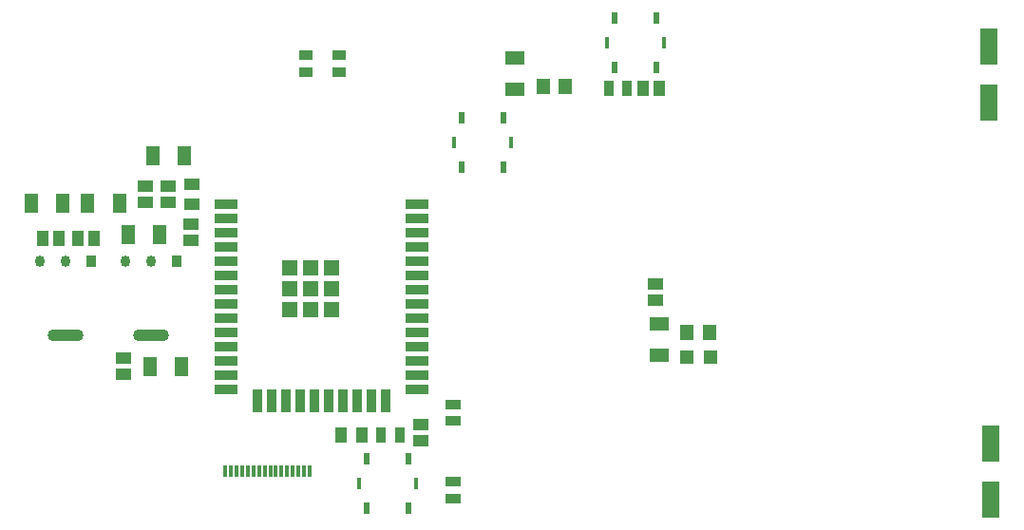
<source format=gtp>
G04*
G04 #@! TF.GenerationSoftware,Altium Limited,Altium Designer,24.2.2 (26)*
G04*
G04 Layer_Color=8421504*
%FSLAX44Y44*%
%MOMM*%
G71*
G04*
G04 #@! TF.SameCoordinates,697C3EBA-3636-4A45-A11A-30362066544D*
G04*
G04*
G04 #@! TF.FilePolarity,Positive*
G04*
G01*
G75*
%ADD21R,1.2621X0.8581*%
%ADD22R,1.3300X1.3300*%
%ADD23R,0.9000X2.0000*%
%ADD24R,2.0000X0.9000*%
G04:AMPARAMS|DCode=25|XSize=1.0043mm|YSize=3.1821mm|CornerRadius=0.4369mm|HoleSize=0mm|Usage=FLASHONLY|Rotation=270.000|XOffset=0mm|YOffset=0mm|HoleType=Round|Shape=RoundedRectangle|*
%AMROUNDEDRECTD25*
21,1,1.0043,2.3084,0,0,270.0*
21,1,0.1306,3.1821,0,0,270.0*
1,1,0.8737,-1.1542,-0.0653*
1,1,0.8737,-1.1542,0.0653*
1,1,0.8737,1.1542,0.0653*
1,1,0.8737,1.1542,-0.0653*
%
%ADD25ROUNDEDRECTD25*%
G04:AMPARAMS|DCode=26|XSize=1.0043mm|YSize=0.8721mm|CornerRadius=0.4361mm|HoleSize=0mm|Usage=FLASHONLY|Rotation=270.000|XOffset=0mm|YOffset=0mm|HoleType=Round|Shape=RoundedRectangle|*
%AMROUNDEDRECTD26*
21,1,1.0043,0.0000,0,0,270.0*
21,1,0.1322,0.8721,0,0,270.0*
1,1,0.8721,0.0000,-0.0661*
1,1,0.8721,0.0000,0.0661*
1,1,0.8721,0.0000,0.0661*
1,1,0.8721,0.0000,-0.0661*
%
%ADD26ROUNDEDRECTD26*%
%ADD27R,0.8721X1.0043*%
%ADD28R,1.6000X3.2000*%
%ADD29R,0.8500X1.3500*%
%ADD30R,1.1000X1.3500*%
%ADD31R,1.3500X1.1000*%
%ADD32R,1.8062X1.3046*%
%ADD33R,1.2000X1.4500*%
%ADD34R,1.2000X1.2000*%
%ADD35R,1.0000X1.3500*%
%ADD36R,1.3500X0.9500*%
%ADD37R,1.3046X1.8062*%
%ADD38R,1.3500X1.0000*%
%ADD39R,0.6000X1.0000*%
%ADD40R,0.4500X1.0000*%
%ADD41R,0.3000X1.0000*%
D21*
X1253643Y663910D02*
D03*
Y679450D02*
D03*
X1282700Y663910D02*
D03*
Y679450D02*
D03*
D22*
X1275900Y452750D02*
D03*
X1257550D02*
D03*
X1239200D02*
D03*
X1275900Y471100D02*
D03*
X1257550D02*
D03*
X1239200D02*
D03*
X1275900Y489450D02*
D03*
X1257550D02*
D03*
X1239200D02*
D03*
D23*
X1324700Y371000D02*
D03*
X1312000D02*
D03*
X1299300D02*
D03*
X1286600D02*
D03*
X1273900D02*
D03*
X1261200D02*
D03*
X1248500D02*
D03*
X1235800D02*
D03*
X1223100D02*
D03*
X1210400D02*
D03*
D24*
X1352550Y546100D02*
D03*
Y533400D02*
D03*
Y520700D02*
D03*
Y508000D02*
D03*
Y495300D02*
D03*
Y482600D02*
D03*
Y469900D02*
D03*
Y457200D02*
D03*
Y444500D02*
D03*
Y431800D02*
D03*
Y419100D02*
D03*
Y406400D02*
D03*
Y393700D02*
D03*
Y381000D02*
D03*
X1182550D02*
D03*
Y393700D02*
D03*
Y406400D02*
D03*
Y419100D02*
D03*
Y431800D02*
D03*
Y444500D02*
D03*
Y457200D02*
D03*
Y469900D02*
D03*
Y482600D02*
D03*
Y495300D02*
D03*
Y508000D02*
D03*
Y520700D02*
D03*
Y533400D02*
D03*
Y546100D02*
D03*
D25*
X1115545Y429655D02*
D03*
X1039554Y429296D02*
D03*
D26*
X1092645Y495555D02*
D03*
X1115545D02*
D03*
X1039554Y495196D02*
D03*
X1016654D02*
D03*
D27*
X1138445Y495555D02*
D03*
X1062454Y495196D02*
D03*
D28*
X1861776Y636746D02*
D03*
Y686746D02*
D03*
X1863630Y283229D02*
D03*
Y333229D02*
D03*
D29*
X1539789Y649290D02*
D03*
X1523289D02*
D03*
X1320653Y340687D02*
D03*
X1337153D02*
D03*
D30*
X1568431Y649290D02*
D03*
X1553931D02*
D03*
X1064176Y515854D02*
D03*
X1050176D02*
D03*
X1033089D02*
D03*
X1019089D02*
D03*
D31*
X1564669Y475077D02*
D03*
Y461077D02*
D03*
X1355497Y350371D02*
D03*
Y335871D02*
D03*
X1130676Y562151D02*
D03*
Y548152D02*
D03*
X1110486Y562151D02*
D03*
Y548152D02*
D03*
X1151244Y528605D02*
D03*
Y514605D02*
D03*
X1090608Y394890D02*
D03*
Y408890D02*
D03*
D32*
X1568450Y439458D02*
D03*
Y411442D02*
D03*
X1439283Y648404D02*
D03*
Y676420D02*
D03*
D33*
X1593194Y431961D02*
D03*
X1613194D02*
D03*
X1484867Y651131D02*
D03*
X1464867D02*
D03*
D34*
X1614328Y409890D02*
D03*
X1593328D02*
D03*
D35*
X1303038Y340687D02*
D03*
X1285038D02*
D03*
D36*
X1385017Y352968D02*
D03*
Y367969D02*
D03*
Y284268D02*
D03*
Y299269D02*
D03*
D37*
X1059056Y547047D02*
D03*
X1087071D02*
D03*
X1037047D02*
D03*
X1009031D02*
D03*
X1095292Y519062D02*
D03*
X1123308D02*
D03*
X1142172Y401890D02*
D03*
X1114156D02*
D03*
X1116668Y589385D02*
D03*
X1144684D02*
D03*
D38*
X1151733Y546152D02*
D03*
Y564152D02*
D03*
D39*
X1344938Y275209D02*
D03*
X1307938D02*
D03*
X1344938Y319209D02*
D03*
X1307938D02*
D03*
X1528789Y712239D02*
D03*
X1565789D02*
D03*
X1528789Y668239D02*
D03*
X1565789D02*
D03*
X1392650Y623199D02*
D03*
X1429650D02*
D03*
X1392650Y579199D02*
D03*
X1429650D02*
D03*
D40*
X1351688Y297209D02*
D03*
X1301188D02*
D03*
X1522039Y690239D02*
D03*
X1572539D02*
D03*
X1385900Y601199D02*
D03*
X1436400D02*
D03*
D41*
X1181700Y308550D02*
D03*
X1256700D02*
D03*
X1186700D02*
D03*
X1251700D02*
D03*
X1191700D02*
D03*
X1246700D02*
D03*
X1196700D02*
D03*
X1241700D02*
D03*
X1201700D02*
D03*
X1236700D02*
D03*
X1206700D02*
D03*
X1231700D02*
D03*
X1211700D02*
D03*
X1226700D02*
D03*
X1221700D02*
D03*
X1216700D02*
D03*
M02*

</source>
